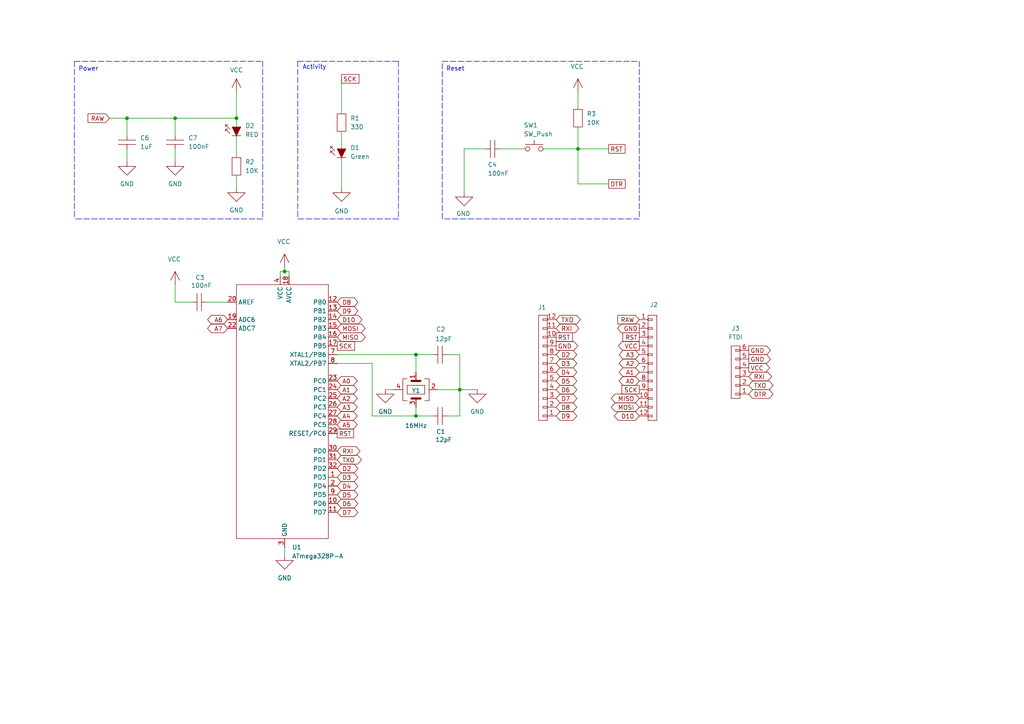
<source format=kicad_sch>
(kicad_sch (version 20250114) (generator "eeschema") (generator_version "9.0")
  (paper "A4")
  (lib_symbols
    (symbol "CAP_1"
      (property "Reference" "C" (at 3.556 2.286 0))
      (property "Value" "VAL" (at 4.826 -0.762 0))
      (symbol "CAP_1_0_1"
        (polyline (pts (xy -2.54 1.27) (xy 2.54 1.27)))
        (polyline (pts (xy -2.54 0) (xy 2.54 0)))
        (polyline (pts (xy 0 1.27) (xy 0 2.54) (xy 0 1.27)))
        (polyline (pts (xy 0 0) (xy 0 -1.27)))
      )
      (symbol "CAP_1_1_1"
        (pin passive line (at 0 2.54 270) (length 2.54) (hide yes) (name "") (number "1"))
        (pin passive line (at 0 -1.27 90) (length 2.54) (hide yes) (name "") (number "2"))
      )
    )
    (symbol "CAP_2"
      (property "Reference" "C" (at 3.556 2.286 0))
      (property "Value" "VAL" (at 4.826 -0.762 0))
      (symbol "CAP_2_0_1"
        (polyline (pts (xy -2.54 1.27) (xy 2.54 1.27)))
        (polyline (pts (xy -2.54 0) (xy 2.54 0)))
        (polyline (pts (xy 0 1.27) (xy 0 2.54) (xy 0 1.27)))
        (polyline (pts (xy 0 0) (xy 0 -1.27)))
      )
      (symbol "CAP_2_1_1"
        (pin passive line (at 0 2.54 270) (length 2.54) (hide yes) (name "") (number "1"))
        (pin passive line (at 0 -1.27 90) (length 2.54) (hide yes) (name "") (number "2"))
      )
    )
    (symbol "piscine-lib:ATMega328P-A"
      (property "Reference" "U" (at 30.988 -24.13 0))
      (symbol "ATMega328P-A_0_1"
        (rectangle (start -13.97 20.32) (end 12.7 -53.34))
      )
      (symbol "ATMega328P-A_1_1"
        (pin passive line (at -16.51 15.24 0) (length 2.54) (name "AREF") (number "20"))
        (pin passive line (at -16.51 10.16 0) (length 2.54) (name "ADC6") (number "19"))
        (pin passive line (at -16.51 7.62 0) (length 2.54) (name "ADC7") (number "22"))
        (pin power_in line (at -1.27 22.86 270) (length 2.54) (name "VCC") (number "4"))
        (pin power_in line (at 0 -55.88 90) (length 2.54) (name "GND") (number "3"))
        (pin power_in line (at 1.27 22.86 270) (length 2.54) (name "AVCC") (number "18"))
        (pin bidirectional line (at 15.24 15.24 180) (length 2.54) (name "PB0") (number "12"))
        (pin bidirectional line (at 15.24 12.7 180) (length 2.54) (name "PB1") (number "13"))
        (pin bidirectional line (at 15.24 10.16 180) (length 2.54) (name "PB2") (number "14"))
        (pin bidirectional line (at 15.24 7.62 180) (length 2.54) (name "PB3") (number "15"))
        (pin bidirectional line (at 15.24 5.08 180) (length 2.54) (name "PB4") (number "16"))
        (pin bidirectional line (at 15.24 2.54 180) (length 2.54) (name "PB5") (number "17"))
        (pin input line (at 15.24 0 180) (length 2.54) (name "XTAL1/PB6") (number "7"))
        (pin output line (at 15.24 -2.54 180) (length 2.54) (name "XTAL2/PB7") (number "8"))
        (pin bidirectional line (at 15.24 -7.62 180) (length 2.54) (name "PC0") (number "23"))
        (pin bidirectional line (at 15.24 -10.16 180) (length 2.54) (name "PC1") (number "24"))
        (pin bidirectional line (at 15.24 -12.7 180) (length 2.54) (name "PC2") (number "25"))
        (pin bidirectional line (at 15.24 -15.24 180) (length 2.54) (name "PC3") (number "26"))
        (pin bidirectional line (at 15.24 -17.78 180) (length 2.54) (name "PC4") (number "27"))
        (pin bidirectional line (at 15.24 -20.32 180) (length 2.54) (name "PC5") (number "28"))
        (pin input line (at 15.24 -22.86 180) (length 2.54) (name "RESET/PC6") (number "29"))
        (pin bidirectional line (at 15.24 -27.94 180) (length 2.54) (name "PD0") (number "30"))
        (pin bidirectional line (at 15.24 -30.48 180) (length 2.54) (name "PD1") (number "31"))
        (pin bidirectional line (at 15.24 -33.02 180) (length 2.54) (name "PD2") (number "32"))
        (pin bidirectional line (at 15.24 -35.56 180) (length 2.54) (name "PD3") (number "1"))
        (pin bidirectional line (at 15.24 -38.1 180) (length 2.54) (name "PD4") (number "2"))
        (pin bidirectional line (at 15.24 -40.64 180) (length 2.54) (name "PD5") (number "9"))
        (pin bidirectional line (at 15.24 -43.18 180) (length 2.54) (name "PD6") (number "10"))
        (pin bidirectional line (at 15.24 -45.72 180) (length 2.54) (name "PD7") (number "11"))
      )
    )
    (symbol "piscine-lib:CAP"
      (property "Reference" "C" (at 3.556 2.286 0))
      (property "Value" "VAL" (at 4.826 -0.762 0))
      (symbol "CAP_0_1"
        (polyline (pts (xy -2.54 1.27) (xy 2.54 1.27)))
        (polyline (pts (xy -2.54 0) (xy 2.54 0)))
        (polyline (pts (xy 0 1.27) (xy 0 2.54) (xy 0 1.27)))
        (polyline (pts (xy 0 0) (xy 0 -1.27)))
      )
      (symbol "CAP_1_1"
        (pin passive line (at 0 2.54 270) (length 2.54) (hide yes) (name "") (number "1"))
        (pin passive line (at 0 -1.27 90) (length 2.54) (hide yes) (name "") (number "2"))
      )
    )
    (symbol "piscine-lib:GND" (power) (in_bom no) (on_board no)
      (property "Value" "GND" (at 0 -4.318 0))
      (symbol "GND_0_1"
        (polyline (pts (xy 0 0) (xy 0 1.27)))
        (polyline (pts (xy 0 -2.54) (xy -2.54 0) (xy 2.54 0) (xy 0 -2.54)))
      )
      (symbol "GND_1_1"
        (pin power_out line (at 0 1.27 90) (length 2.54) (hide yes) (name "") (number "1"))
      )
    )
    (symbol "piscine-lib:HEADER_1x12"
      (property "Reference" "J" (at 0 19.304 0))
      (symbol "HEADER_1x12_0_1"
        (rectangle (start -1.27 17.78) (end 1.27 -12.7))
        (rectangle (start -1.27 16.764) (end 0 16.256))
        (rectangle (start -1.27 14.224) (end 0 13.716))
        (rectangle (start -1.27 11.684) (end 0 11.176))
        (rectangle (start -1.27 9.144) (end 0 8.636))
        (rectangle (start -1.27 6.604) (end 0 6.096))
        (rectangle (start -1.27 4.064) (end 0 3.556))
        (rectangle (start -1.27 1.524) (end 0 1.016))
        (rectangle (start -1.27 -1.016) (end 0 -1.524))
        (rectangle (start -1.27 -3.556) (end 0 -4.064))
        (rectangle (start -1.27 -6.096) (end 0 -6.604))
        (rectangle (start -1.27 -8.636) (end 0 -9.144))
        (rectangle (start -1.27 -11.176) (end 0 -11.684))
      )
      (symbol "HEADER_1x12_1_1"
        (pin passive line (at -3.81 16.51 0) (length 2.54) (name "") (number "1"))
        (pin passive line (at -3.81 13.97 0) (length 2.54) (name "") (number "2"))
        (pin passive line (at -3.81 11.43 0) (length 2.54) (name "") (number "3"))
        (pin passive line (at -3.81 8.89 0) (length 2.54) (name "") (number "4"))
        (pin passive line (at -3.81 6.35 0) (length 2.54) (name "") (number "5"))
        (pin passive line (at -3.81 3.81 0) (length 2.54) (name "") (number "6"))
        (pin passive line (at -3.81 1.27 0) (length 2.54) (name "") (number "7"))
        (pin passive line (at -3.81 -1.27 0) (length 2.54) (name "") (number "8"))
        (pin passive line (at -3.81 -3.81 0) (length 2.54) (name "") (number "9"))
        (pin passive line (at -3.81 -6.35 0) (length 2.54) (name "") (number "10"))
        (pin passive line (at -3.81 -8.89 0) (length 2.54) (name "") (number "11"))
        (pin passive line (at -3.81 -11.43 0) (length 2.54) (name "") (number "12"))
      )
    )
    (symbol "piscine-lib:HEADER_1x6"
      (property "Reference" "J" (at 0 9.144 0))
      (symbol "HEADER_1x6_0_1"
        (rectangle (start -1.27 7.62) (end 1.27 -7.62))
        (rectangle (start -1.27 6.604) (end 0 6.096))
        (rectangle (start -1.27 4.064) (end 0 3.556))
        (rectangle (start -1.27 1.524) (end 0 1.016))
        (rectangle (start -1.27 -1.016) (end 0 -1.524))
        (rectangle (start -1.27 -3.556) (end 0 -4.064))
        (rectangle (start -1.27 -6.096) (end 0 -6.604))
      )
      (symbol "HEADER_1x6_1_1"
        (pin passive line (at -3.81 6.35 0) (length 2.54) (name "") (number "1"))
        (pin passive line (at -3.81 3.81 0) (length 2.54) (name "") (number "2"))
        (pin passive line (at -3.81 1.27 0) (length 2.54) (name "") (number "3"))
        (pin passive line (at -3.81 -1.27 0) (length 2.54) (name "") (number "4"))
        (pin passive line (at -3.81 -3.81 0) (length 2.54) (name "") (number "5"))
        (pin passive line (at -3.81 -6.35 0) (length 2.54) (name "") (number "6"))
      )
    )
    (symbol "piscine-lib:LED"
      (property "Reference" "D" (at 2.794 1.27 0))
      (property "Value" "VAL" (at 3.81 -1.016 0))
      (symbol "LED_0_1"
        (polyline (pts (xy -1.27 -1.27) (xy 1.27 -1.27)))
      )
      (symbol "LED_1_1"
        (polyline (pts (xy -3.175 1.27) (xy -3.175 1.905)))
        (polyline (pts (xy -3.175 0.635) (xy -2.54 0.635)))
        (polyline (pts (xy -2.54 1.905) (xy -3.175 1.905)))
        (polyline (pts (xy -1.905 0.635) (xy -3.175 1.905)))
        (polyline (pts (xy -1.905 0) (xy -1.905 0)))
        (polyline (pts (xy -1.905 -0.635) (xy -3.175 0.635) (xy -3.175 0)))
        (polyline (pts (xy 0 -1.27) (xy -1.27 1.27) (xy 1.27 1.27) (xy 0 -1.27)) (fill (type outline)))
        (pin passive line (at 0 1.27 90) (length 2.54) (hide yes) (name "A") (number "1"))
        (pin passive line (at 0 -1.27 270) (length 2.54) (hide yes) (name "K") (number "2"))
      )
    )
    (symbol "piscine-lib:RES"
      (property "Reference" "R" (at 3.048 2.286 0))
      (property "Value" "RES" (at 4.318 -1.524 0))
      (symbol "RES_0_1"
        (polyline (pts (xy -1.27 2.54) (xy 1.27 2.54) (xy 1.27 -2.54) (xy -1.27 -2.54) (xy -1.27 2.54)))
      )
      (symbol "RES_1_1"
        (pin passive line (at 0 2.54 90) (length 2.54) (hide yes) (name "") (number "1"))
        (pin passive line (at 0 -2.54 270) (length 2.54) (hide yes) (name "") (number "2"))
      )
    )
    (symbol "piscine-lib:SW_Push"
      (property "Reference" "SW" (at 0 5.588 0))
      (property "Value" "SW_Push" (at 0 3.556 0))
      (symbol "SW_Push_0_1"
        (polyline (pts (xy -2.54 1.27) (xy 2.54 1.27)))
        (circle (center -1.905 0) (radius 0.635))
        (polyline (pts (xy 0 2.54) (xy 0 1.27)))
        (circle (center 1.905 0) (radius 0.635))
      )
      (symbol "SW_Push_1_1"
        (pin passive line (at -2.54 0 180) (length 2.54) (hide yes) (name "") (number "1"))
        (pin passive line (at 2.54 0 0) (length 2.54) (hide yes) (name "") (number "2"))
      )
    )
    (symbol "piscine-lib:VCC" (power) (in_bom no) (on_board no)
      (property "Value" "VCC" (at 0 4.318 0))
      (symbol "VCC_0_1"
        (polyline (pts (xy 0 2.54) (xy 1.27 0)))
        (polyline (pts (xy 0 -1.27) (xy 0 2.54) (xy -1.27 0)))
      )
      (symbol "VCC_1_1"
        (pin power_out line (at 0 -1.27 270) (length 2.54) (hide yes) (name "") (number "1"))
      )
    )
    (symbol "piscine-lib:XTAL"
      (property "Reference" "Y" (at -0.508 0 0))
      (property "Value" "VAL" (at 4.826 -7.62 0))
      (symbol "XTAL_0_1"
        (polyline (pts (xy -3.81 2.54) (xy -3.81 -2.54)))
        (polyline (pts (xy -3.81 2.54) (xy -3.81 3.175) (xy -3.175 3.175)))
        (polyline (pts (xy -3.81 -2.54) (xy -3.81 -3.175) (xy -3.175 -3.175)))
        (polyline (pts (xy -3.175 3.175) (xy -2.54 3.175)))
        (polyline (pts (xy -3.175 -3.175) (xy -2.54 -3.175)))
        (polyline (pts (xy -2.54 1.27) (xy 2.54 1.27) (xy 2.54 -1.27) (xy -2.54 -1.27) (xy -2.54 1.27)))
        (polyline (pts (xy 3.175 3.175) (xy 2.54 3.175)))
        (polyline (pts (xy 3.175 -3.175) (xy 2.54 -3.175)))
        (polyline (pts (xy 3.81 2.54) (xy 3.81 -2.54)))
        (polyline (pts (xy 3.81 2.54) (xy 3.81 3.175) (xy 3.175 3.175)))
        (polyline (pts (xy 3.81 -2.54) (xy 3.81 -3.175) (xy 3.175 -3.175)))
      )
      (symbol "XTAL_1_1"
        (polyline (pts (xy -1.27 2.54) (xy 1.27 2.54)) (stroke (width 0.635)))
        (polyline (pts (xy -1.27 -2.54) (xy 1.27 -2.54)) (stroke (width 0.635)))
        (pin bidirectional line (at -6.35 0 0) (length 2.54) (name "") (number "4"))
        (pin passive line (at 0 5.08 270) (length 2.54) (name "") (number "1"))
        (pin passive line (at 0 -5.08 90) (length 2.54) (name "") (number "3"))
        (pin passive line (at 6.35 0 180) (length 2.54) (name "") (number "2"))
      )
    )
  )
  (rectangle (start 128.27 17.78) (end 185.42 63.5) (stroke (width 0) (type dash)))
  (text "Reset" (at 132.08 20.066 0) (effects (font (size 1.27 1.27))))
  (text "Power" (at 25.654 20.066 0) (effects (font (size 1.27 1.27))))
  (text "Activity" (at 91.186 19.558 0) (effects (font (size 1.27 1.27))))
  (junction (at 120.65 120.65))
  (junction (at 50.8 34.29))
  (junction (at 167.64 43.18))
  (junction (at 82.55 78.74))
  (junction (at 68.58 34.29))
  (junction (at 120.65 102.87))
  (junction (at 133.35 113.03))
  (junction (at 36.83 34.29))
  (wire (pts (xy 157.48 43.18) (xy 167.64 43.18)))
  (wire (pts (xy 82.55 161.29) (xy 82.55 158.75)))
  (wire (pts (xy 82.55 77.47) (xy 82.55 78.74)))
  (wire (pts (xy 133.35 102.87) (xy 133.35 113.03)))
  (wire (pts (xy 120.65 102.87) (xy 125.73 102.87)))
  (wire (pts (xy 50.8 34.29) (xy 50.8 39.37)))
  (wire (pts (xy 68.58 50.8) (xy 68.58 54.61)))
  (wire (pts (xy 68.58 39.37) (xy 68.58 45.72)))
  (wire (pts (xy 176.53 53.34) (xy 167.64 53.34)))
  (wire (pts (xy 99.06 45.72) (xy 99.06 54.61)))
  (wire (pts (xy 134.62 55.88) (xy 134.62 43.18)))
  (wire (pts (xy 97.79 105.41) (xy 107.95 105.41)))
  (wire (pts (xy 120.65 120.65) (xy 125.73 120.65)))
  (wire (pts (xy 99.06 22.86) (xy 99.06 33.02)))
  (wire (pts (xy 36.83 34.29) (xy 36.83 39.37)))
  (wire (pts (xy 68.58 34.29) (xy 68.58 36.83)))
  (wire (pts (xy 129.54 102.87) (xy 133.35 102.87)))
  (wire (pts (xy 36.83 34.29) (xy 50.8 34.29)))
  (wire (pts (xy 59.69 87.63) (xy 66.04 87.63)))
  (wire (pts (xy 111.76 113.03) (xy 114.3 113.03)))
  (wire (pts (xy 127 113.03) (xy 133.35 113.03)))
  (polyline (pts (xy 21.59 17.78) (xy 21.59 63.5)) (stroke (width 0) (type dash)))
  (wire (pts (xy 107.95 105.41) (xy 107.95 120.65)))
  (wire (pts (xy 120.65 118.11) (xy 120.65 120.65)))
  (wire (pts (xy 167.64 26.67) (xy 167.64 31.75)))
  (polyline (pts (xy 115.57 17.78) (xy 115.57 63.5)) (stroke (width 0) (type dash)))
  (wire (pts (xy 99.06 38.1) (xy 99.06 43.18)))
  (wire (pts (xy 133.35 113.03) (xy 138.43 113.03)))
  (wire (pts (xy 133.35 120.65) (xy 133.35 113.03)))
  (wire (pts (xy 120.65 102.87) (xy 120.65 107.95)))
  (wire (pts (xy 107.95 120.65) (xy 120.65 120.65)))
  (wire (pts (xy 167.64 43.18) (xy 167.64 53.34)))
  (wire (pts (xy 50.8 34.29) (xy 68.58 34.29)))
  (wire (pts (xy 81.28 78.74) (xy 82.55 78.74)))
  (wire (pts (xy 50.8 87.63) (xy 55.88 87.63)))
  (wire (pts (xy 129.54 120.65) (xy 133.35 120.65)))
  (wire (pts (xy 82.55 78.74) (xy 83.82 78.74)))
  (polyline (pts (xy 86.36 17.78) (xy 115.57 17.78)) (stroke (width 0) (type dash)))
  (wire (pts (xy 167.64 43.18) (xy 176.53 43.18)))
  (wire (pts (xy 81.28 80.01) (xy 81.28 78.74)))
  (wire (pts (xy 68.58 26.67) (xy 68.58 34.29)))
  (wire (pts (xy 50.8 87.63) (xy 50.8 82.55)))
  (polyline (pts (xy 76.2 17.78) (xy 76.2 63.5)) (stroke (width 0) (type dash)))
  (wire (pts (xy 50.8 43.18) (xy 50.8 46.99)))
  (polyline (pts (xy 115.57 63.5) (xy 86.36 63.5)) (stroke (width 0) (type dash)))
  (wire (pts (xy 167.64 36.83) (xy 167.64 43.18)))
  (wire (pts (xy 144.78 43.18) (xy 152.4 43.18)))
  (wire (pts (xy 134.62 43.18) (xy 140.97 43.18)))
  (wire (pts (xy 31.75 34.29) (xy 36.83 34.29)))
  (wire (pts (xy 36.83 43.18) (xy 36.83 46.99)))
  (polyline (pts (xy 76.2 63.5) (xy 21.59 63.5)) (stroke (width 0) (type dash)))
  (wire (pts (xy 97.79 102.87) (xy 120.65 102.87)))
  (polyline (pts (xy 86.36 17.78) (xy 86.36 63.5)) (stroke (width 0) (type dash)))
  (polyline (pts (xy 21.59 17.78) (xy 76.2 17.78)) (stroke (width 0) (type dash)))
  (wire (pts (xy 83.82 78.74) (xy 83.82 80.01)))
  (global_label "A2" (shape bidirectional) (at 97.79 115.57 0) (property "Intersheetrefs" "${INTERSHEET_REFS}" (effects (hide yes))))
  (global_label "A7" (shape bidirectional) (at 66.04 95.25 180) (property "Intersheetrefs" "${INTERSHEET_REFS}" (effects (hide yes))))
  (global_label "RXI" (shape bidirectional) (at 97.79 130.81 0) (property "Intersheetrefs" "${INTERSHEET_REFS}" (effects (hide yes))))
  (global_label "A4" (shape bidirectional) (at 97.79 120.65 0) (property "Intersheetrefs" "${INTERSHEET_REFS}" (effects (hide yes))))
  (global_label "D7" (shape bidirectional) (at 161.29 115.57 0) (property "Intersheetrefs" "${INTERSHEET_REFS}" (effects (hide yes))))
  (global_label "D3" (shape bidirectional) (at 161.29 105.41 0) (property "Intersheetrefs" "${INTERSHEET_REFS}" (effects (hide yes))))
  (global_label "TXO" (shape bidirectional) (at 97.79 133.35 0) (property "Intersheetrefs" "${INTERSHEET_REFS}" (effects (hide yes))))
  (global_label "RAW" (shape input) (at 31.75 34.29 180) (property "Intersheetrefs" "${INTERSHEET_REFS}" (effects (hide yes))))
  (global_label "MISO" (shape bidirectional) (at 185.42 115.57 180) (property "Intersheetrefs" "${INTERSHEET_REFS}" (effects (hide yes))))
  (global_label "D9" (shape bidirectional) (at 161.29 120.65 0) (property "Intersheetrefs" "${INTERSHEET_REFS}" (effects (hide yes))))
  (global_label "D2" (shape bidirectional) (at 97.79 135.89 0) (property "Intersheetrefs" "${INTERSHEET_REFS}" (effects (hide yes))))
  (global_label "RAW" (shape input) (at 185.42 92.71 180) (property "Intersheetrefs" "${INTERSHEET_REFS}" (effects (hide yes))))
  (global_label "SCK" (shape passive) (at 185.42 113.03 180) (property "Intersheetrefs" "${INTERSHEET_REFS}" (effects (hide yes))))
  (global_label "TXO" (shape bidirectional) (at 161.29 92.71 0) (property "Intersheetrefs" "${INTERSHEET_REFS}" (effects (hide yes))))
  (global_label "VCC" (shape output) (at 217.17 106.68 0) (property "Intersheetrefs" "${INTERSHEET_REFS}" (effects (hide yes))))
  (global_label "D10" (shape bidirectional) (at 97.79 92.71 0) (property "Intersheetrefs" "${INTERSHEET_REFS}" (effects (hide yes))))
  (global_label "D7" (shape bidirectional) (at 97.79 148.59 0) (property "Intersheetrefs" "${INTERSHEET_REFS}" (effects (hide yes))))
  (global_label "RST" (shape passive) (at 161.29 97.79 0) (property "Intersheetrefs" "${INTERSHEET_REFS}" (effects (hide yes))))
  (global_label "RST" (shape passive) (at 97.79 125.73 0) (property "Intersheetrefs" "${INTERSHEET_REFS}" (effects (hide yes))))
  (global_label "GND" (shape output) (at 217.17 104.14 0) (property "Intersheetrefs" "${INTERSHEET_REFS}" (effects (hide yes))))
  (global_label "TXO" (shape bidirectional) (at 217.17 111.76 0) (property "Intersheetrefs" "${INTERSHEET_REFS}" (effects (hide yes))))
  (global_label "A3" (shape bidirectional) (at 97.79 118.11 0) (property "Intersheetrefs" "${INTERSHEET_REFS}" (effects (hide yes))))
  (global_label "SCK" (shape passive) (at 99.06 22.86 0) (property "Intersheetrefs" "${INTERSHEET_REFS}" (effects (hide yes))))
  (global_label "DTR" (shape passive) (at 176.53 53.34 0) (property "Intersheetrefs" "${INTERSHEET_REFS}" (effects (hide yes))))
  (global_label "D8" (shape bidirectional) (at 161.29 118.11 0) (property "Intersheetrefs" "${INTERSHEET_REFS}" (effects (hide yes))))
  (global_label "GND" (shape output) (at 217.17 101.6 0) (property "Intersheetrefs" "${INTERSHEET_REFS}" (effects (hide yes))))
  (global_label "MOSI" (shape bidirectional) (at 97.79 95.25 0) (property "Intersheetrefs" "${INTERSHEET_REFS}" (effects (hide yes))))
  (global_label "A1" (shape bidirectional) (at 185.42 107.95 180) (property "Intersheetrefs" "${INTERSHEET_REFS}" (effects (hide yes))))
  (global_label "D6" (shape bidirectional) (at 97.79 146.05 0) (property "Intersheetrefs" "${INTERSHEET_REFS}" (effects (hide yes))))
  (global_label "DTR" (shape bidirectional) (at 217.17 114.3 0) (property "Intersheetrefs" "${INTERSHEET_REFS}" (effects (hide yes))))
  (global_label "D2" (shape bidirectional) (at 161.29 102.87 0) (property "Intersheetrefs" "${INTERSHEET_REFS}" (effects (hide yes))))
  (global_label "D10" (shape bidirectional) (at 185.42 120.65 180) (property "Intersheetrefs" "${INTERSHEET_REFS}" (effects (hide yes))))
  (global_label "D5" (shape bidirectional) (at 161.29 110.49 0) (property "Intersheetrefs" "${INTERSHEET_REFS}" (effects (hide yes))))
  (global_label "GND" (shape output) (at 185.42 95.25 180) (property "Intersheetrefs" "${INTERSHEET_REFS}" (effects (hide yes))))
  (global_label "D4" (shape bidirectional) (at 161.29 107.95 0) (property "Intersheetrefs" "${INTERSHEET_REFS}" (effects (hide yes))))
  (global_label "D3" (shape bidirectional) (at 97.79 138.43 0) (property "Intersheetrefs" "${INTERSHEET_REFS}" (effects (hide yes))))
  (global_label "D6" (shape bidirectional) (at 161.29 113.03 0) (property "Intersheetrefs" "${INTERSHEET_REFS}" (effects (hide yes))))
  (global_label "D4" (shape bidirectional) (at 97.79 140.97 0) (property "Intersheetrefs" "${INTERSHEET_REFS}" (effects (hide yes))))
  (global_label "MOSI" (shape bidirectional) (at 185.42 118.11 180) (property "Intersheetrefs" "${INTERSHEET_REFS}" (effects (hide yes))))
  (global_label "A2" (shape bidirectional) (at 185.42 105.41 180) (property "Intersheetrefs" "${INTERSHEET_REFS}" (effects (hide yes))))
  (global_label "GND" (shape output) (at 161.29 100.33 0) (property "Intersheetrefs" "${INTERSHEET_REFS}" (effects (hide yes))))
  (global_label "A5" (shape bidirectional) (at 97.79 123.19 0) (property "Intersheetrefs" "${INTERSHEET_REFS}" (effects (hide yes))))
  (global_label "D5" (shape bidirectional) (at 97.79 143.51 0) (property "Intersheetrefs" "${INTERSHEET_REFS}" (effects (hide yes))))
  (global_label "MISO" (shape bidirectional) (at 97.79 97.79 0) (property "Intersheetrefs" "${INTERSHEET_REFS}" (effects (hide yes))))
  (global_label "RST" (shape passive) (at 185.42 97.79 180) (property "Intersheetrefs" "${INTERSHEET_REFS}" (effects (hide yes))))
  (global_label "D8" (shape bidirectional) (at 97.79 87.63 0) (property "Intersheetrefs" "${INTERSHEET_REFS}" (effects (hide yes))))
  (global_label "A6" (shape bidirectional) (at 66.04 92.71 180) (property "Intersheetrefs" "${INTERSHEET_REFS}" (effects (hide yes))))
  (global_label "VCC" (shape output) (at 185.42 100.33 180) (property "Intersheetrefs" "${INTERSHEET_REFS}" (effects (hide yes))))
  (global_label "RST" (shape passive) (at 176.53 43.18 0) (property "Intersheetrefs" "${INTERSHEET_REFS}" (effects (hide yes))))
  (global_label "RXI" (shape bidirectional) (at 217.17 109.22 0) (property "Intersheetrefs" "${INTERSHEET_REFS}" (effects (hide yes))))
  (global_label "A0" (shape bidirectional) (at 185.42 110.49 180) (property "Intersheetrefs" "${INTERSHEET_REFS}" (effects (hide yes))))
  (global_label "A3" (shape bidirectional) (at 185.42 102.87 180) (property "Intersheetrefs" "${INTERSHEET_REFS}" (effects (hide yes))))
  (global_label "D9" (shape bidirectional) (at 97.79 90.17 0) (property "Intersheetrefs" "${INTERSHEET_REFS}" (effects (hide yes))))
  (global_label "A1" (shape bidirectional) (at 97.79 113.03 0) (property "Intersheetrefs" "${INTERSHEET_REFS}" (effects (hide yes))))
  (global_label "SCK" (shape passive) (at 97.79 100.33 0) (property "Intersheetrefs" "${INTERSHEET_REFS}" (effects (hide yes))))
  (global_label "RXI" (shape bidirectional) (at 161.29 95.25 0) (property "Intersheetrefs" "${INTERSHEET_REFS}" (effects (hide yes))))
  (global_label "A0" (shape bidirectional) (at 97.79 110.49 0) (property "Intersheetrefs" "${INTERSHEET_REFS}" (effects (hide yes))))
  (symbol (lib_id "piscine-lib:XTAL") (at 120.65 113.03 0) (unit 1)
    (property "Reference" "Y1" (at 120.65 113.284 0))
    (property "Value" "16MHz" (at 120.65 123.444 0))
    (property "Footprint" "piscine-electronique-fp:crystal_SMD" (effects (hide yes)))
  )
  (symbol (lib_id "piscine-lib:VCC") (at 50.8 81.28 0) (unit 1) (in_bom no) (on_board no)
    (property "Reference" "#PWR010" (effects (hide yes)))
    (property "Value" "VCC" (at 50.546 75.184 0))
  )
  (symbol (lib_id "piscine-lib:HEADER_1x12") (at 189.23 109.22 0) (unit 1)
    (property "Reference" "J2" (at 188.468 88.392 0) (effects (justify left)))
    (property "Footprint" "piscine-electronique-fp:PinHeader_1x12" (effects (hide yes)))
  )
  (symbol (lib_id "piscine-lib:RES") (at 167.64 34.29 0) (unit 1)
    (property "Reference" "R3" (at 170.18 33.0199 0) (effects (justify left)))
    (property "Value" "10K" (at 170.18 35.5599 0) (effects (justify left)))
    (property "Footprint" "piscine-electronique-fp:R_0603" (effects (hide yes)))
  )
  (symbol (lib_id "piscine-lib:GND") (at 82.55 162.56 0) (unit 1) (in_bom no) (on_board no)
    (property "Reference" "#PWR09" (effects (hide yes)))
    (property "Value" "GND" (at 82.55 167.64 0) (effects (font (thickness 0.1588))))
  )
  (symbol (lib_name "CAP_1") (lib_id "piscine-lib:CAP") (at 36.83 41.91 0) (unit 1)
    (property "Reference" "C6" (at 40.64 40.0049 0) (effects (justify left)))
    (property "Value" "1uF" (at 40.64 42.5449 0) (effects (justify left)))
    (property "Footprint" "piscine-electronique-fp:C_0603" (effects (hide yes)))
  )
  (symbol (lib_id "piscine-lib:VCC") (at 167.64 25.4 0) (unit 1) (in_bom no) (on_board no)
    (property "Reference" "#PWR08" (effects (hide yes)))
    (property "Value" "VCC" (at 167.386 19.304 0))
  )
  (symbol (lib_id "piscine-lib:LED") (at 99.06 44.45 0) (unit 1)
    (property "Reference" "D1" (at 101.6 42.8624 0) (effects (justify left)))
    (property "Value" "Green" (at 101.6 45.4024 0) (effects (justify left)))
    (property "Footprint" "piscine-electronique-fp:LED_0603" (effects (hide yes)))
  )
  (symbol (lib_id "piscine-lib:CAP") (at 58.42 87.63 90) (unit 1)
    (property "Reference" "C3" (at 56.642 80.518 90) (effects (justify right)))
    (property "Value" "100nF" (at 55.372 82.804 90) (effects (justify right)))
    (property "Footprint" "piscine-electronique-fp:C_0603" (effects (hide yes)))
  )
  (symbol (lib_id "piscine-lib:GND") (at 111.76 114.3 0) (unit 1) (in_bom no) (on_board no)
    (property "Reference" "#PWR012" (effects (hide yes)))
    (property "Value" "GND" (at 111.76 119.38 0) (effects (font (thickness 0.1588))))
  )
  (symbol (lib_id "piscine-lib:VCC") (at 82.55 76.2 0) (unit 1) (in_bom no) (on_board no)
    (property "Reference" "#PWR05" (effects (hide yes)))
    (property "Value" "VCC" (at 82.296 70.104 0))
  )
  (symbol (lib_id "piscine-lib:VCC") (at 68.58 25.4 0) (unit 1) (in_bom no) (on_board no)
    (property "Reference" "#PWR04" (effects (hide yes)))
    (property "Value" "VCC" (at 68.58 20.32 0))
  )
  (symbol (lib_id "piscine-lib:LED") (at 68.58 38.1 0) (unit 1)
    (property "Reference" "D2" (at 71.12 36.5124 0) (effects (justify left)))
    (property "Value" "RED" (at 71.12 39.0524 0) (effects (justify left)))
    (property "Footprint" "piscine-electronique-fp:LED_0603" (effects (hide yes)))
  )
  (symbol (lib_id "piscine-lib:RES") (at 68.58 48.26 0) (unit 1)
    (property "Reference" "R2" (at 71.12 46.9899 0) (effects (justify left)))
    (property "Value" "10K" (at 71.12 49.5299 0) (effects (justify left)))
    (property "Footprint" "piscine-electronique-fp:R_0603" (effects (hide yes)))
  )
  (symbol (lib_id "piscine-lib:CAP") (at 128.27 102.87 90) (unit 1)
    (property "Reference" "C2" (at 126.492 95.504 90) (effects (justify right)))
    (property "Value" "12pF" (at 126.238 98.298 90) (effects (justify right)))
    (property "Footprint" "piscine-electronique-fp:C_0603" (effects (hide yes)))
  )
  (symbol (lib_name "CAP_2") (lib_id "piscine-lib:CAP") (at 143.51 43.18 90) (unit 1)
    (property "Reference" "C4" (at 141.478 47.752 90) (effects (justify right)))
    (property "Value" "100nF" (at 141.478 50.292 90) (effects (justify right)))
    (property "Footprint" "piscine-electronique-fp:C_0603" (effects (hide yes)))
  )
  (symbol (lib_id "piscine-lib:GND") (at 99.06 55.88 0) (unit 1) (in_bom no) (on_board no)
    (property "Reference" "#PWR06" (effects (hide yes)))
    (property "Value" "GND" (at 99.06 61.214 0) (effects (font (thickness 0.1588))))
  )
  (symbol (lib_id "piscine-lib:SW_Push") (at 154.94 43.18 0) (unit 1)
    (property "Reference" "SW1" (at 151.892 36.322 0) (effects (justify left)))
    (property "Value" "SW_Push" (at 151.892 38.862 0) (effects (justify left)))
    (property "Footprint" "piscine-electronique-fp:SW_Push_B3U" (effects (hide yes)))
  )
  (symbol (lib_id "piscine-lib:HEADER_1x12") (at 157.48 104.14 180) (unit 1)
    (property "Reference" "J1" (at 157.226 89.154 0))
    (property "Footprint" "piscine-electronique-fp:PinHeader_1x12" (effects (hide yes)))
  )
  (symbol (lib_id "piscine-lib:GND") (at 138.43 114.3 0) (unit 1) (in_bom no) (on_board no)
    (property "Reference" "#PWR011" (effects (hide yes)))
    (property "Value" "GND" (at 138.43 119.38 0) (effects (font (thickness 0.1588))))
  )
  (symbol (lib_id "piscine-lib:GND") (at 68.58 55.88 0) (unit 1) (in_bom no) (on_board no)
    (property "Reference" "#PWR03" (effects (hide yes)))
    (property "Value" "GND" (at 68.58 60.96 0) (effects (font (thickness 0.1588))))
  )
  (symbol (lib_id "piscine-lib:GND") (at 50.8 48.26 0) (unit 1) (in_bom no) (on_board no)
    (property "Reference" "#PWR02" (effects (hide yes)))
    (property "Value" "GND" (at 50.8 53.34 0) (effects (font (thickness 0.1588))))
  )
  (symbol (lib_id "piscine-lib:HEADER_1x6") (at 213.36 107.95 180) (unit 1)
    (property "Reference" "J3" (at 213.36 95.25 0))
    (property "Value" "FTDI" (at 213.36 97.79 0))
    (property "Footprint" "piscine-electronique-fp:PinHeader_1x06" (effects (hide yes)))
  )
  (symbol (lib_id "piscine-lib:CAP") (at 127 120.65 270) (unit 1)
    (property "Reference" "C1" (at 126.492 125.222 90) (effects (justify left)))
    (property "Value" "12pF" (at 126.238 127.508 90) (effects (justify left)))
    (property "Footprint" "piscine-electronique-fp:C_0603" (effects (hide yes)))
  )
  (symbol (lib_id "piscine-lib:RES") (at 99.06 35.56 0) (unit 1)
    (property "Reference" "R1" (at 101.6 34.2899 0) (effects (justify left)))
    (property "Value" "330" (at 101.6 36.8299 0) (effects (justify left)))
    (property "Footprint" "piscine-electronique-fp:R_0603" (effects (hide yes)))
  )
  (symbol (lib_id "piscine-lib:GND") (at 36.83 48.26 0) (unit 1) (in_bom no) (on_board no)
    (property "Reference" "#PWR01" (effects (hide yes)))
    (property "Value" "GND" (at 36.83 53.34 0) (effects (font (thickness 0.1588))))
  )
  (symbol (lib_name "CAP_1") (lib_id "piscine-lib:CAP") (at 50.8 41.91 0) (unit 1)
    (property "Reference" "C7" (at 54.61 40.0049 0) (effects (justify left)))
    (property "Value" "100nF" (at 54.61 42.5449 0) (effects (justify left)))
    (property "Footprint" "piscine-electronique-fp:C_0603" (effects (hide yes)))
  )
  (symbol (lib_id "piscine-lib:ATMega328P-A") (at 82.55 102.87 0) (unit 1)
    (property "Reference" "U1" (at 84.6933 158.75 0) (effects (justify left)))
    (property "Value" "ATmega328P-A" (at 84.6933 161.29 0) (effects (justify left)))
    (property "Footprint" "piscine-electronique-fp:TQFP-32_7x7" (effects (hide yes)))
  )
  (symbol (lib_id "piscine-lib:GND") (at 134.62 57.15 0) (unit 1) (in_bom no) (on_board no)
    (property "Reference" "#PWR07" (effects (hide yes)))
    (property "Value" "GND" (at 134.366 61.976 0) (effects (font (thickness 0.1588))))
  )
)
</source>
